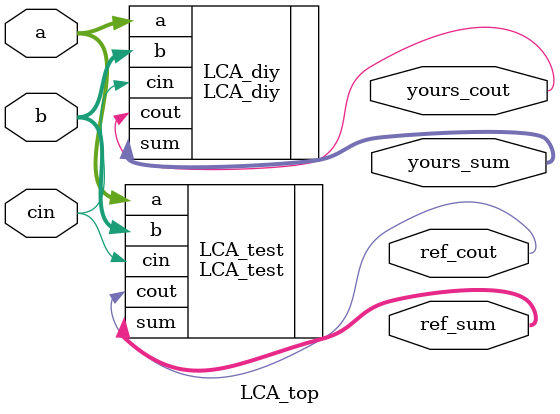
<source format=v>
`timescale 1ns / 1ps


module LCA_top(
    input wire [7:0] a,
    input wire [7:0] b,
    input wire cin,
    output wire [7:0] ref_sum,
    output wire [7:0] yours_sum,
    output wire ref_cout,
    output wire yours_cout
    );
    LCA_test LCA_test(
        .a(a),
        .b(b),
        .cin(cin),
        .sum(ref_sum),
        .cout(ref_cout)
    );
    
    LCA_diy LCA_diy(
        .a(a),
        .b(b),
        .cin(cin),
        .sum(yours_sum),
        .cout(yours_cout)
    );
    
endmodule

</source>
